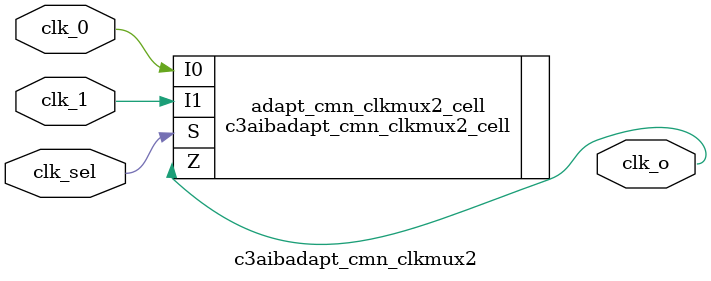
<source format=v>
module c3aibadapt_cmn_clkmux2
(
        output  wire    clk_o,
        input   wire    clk_0,
        input   wire    clk_1,
        input   wire    clk_sel
);

c3aibadapt_cmn_clkmux2_cell adapt_cmn_clkmux2_cell
    (
        .S(clk_sel),
        .I0(clk_0),
        .I1(clk_1),
        .Z(clk_o)
    );

endmodule // c3aibadapt_cmn_clkmux2

</source>
